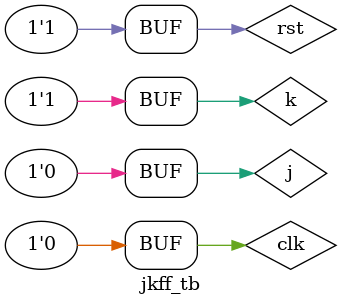
<source format=v>
module jkff_tb;
reg clk,rst,j,k;
wire q;

jkff jkff_inst(j,k,clk,rst,q);

initial
begin
	clk=0;
	repeat(30)
	#10 clk=~clk;
end
initial
	begin
		j=0; k=0; rst=1;
	#10	j=1; k=1; rst=0;
	#10	j=0; k=1; rst=1;
	#10	j=0; k=1; rst=0;
	#10	j=1; k=0; rst=1;
	#10	j=1; k=1; rst=0;
	#10	j=0; k=0;
	#10	j=1; k=0;
	#10	j=0; k=1; rst=1;
	end
endmodule

</source>
